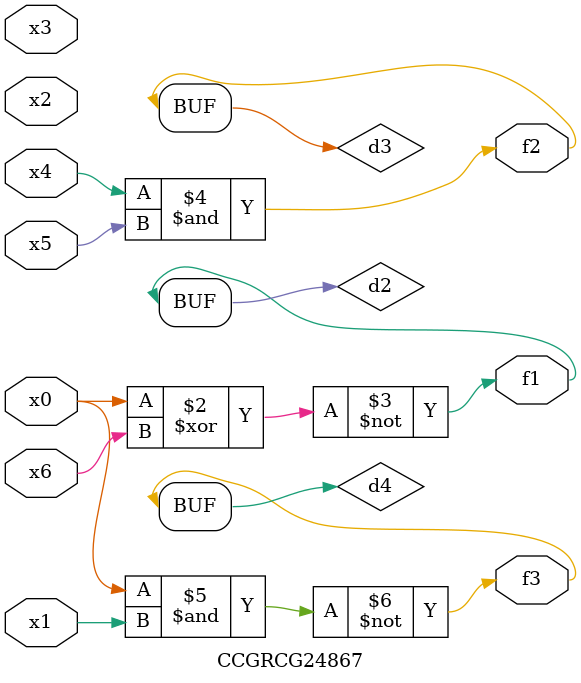
<source format=v>
module CCGRCG24867(
	input x0, x1, x2, x3, x4, x5, x6,
	output f1, f2, f3
);

	wire d1, d2, d3, d4;

	nor (d1, x0);
	xnor (d2, x0, x6);
	and (d3, x4, x5);
	nand (d4, x0, x1);
	assign f1 = d2;
	assign f2 = d3;
	assign f3 = d4;
endmodule

</source>
